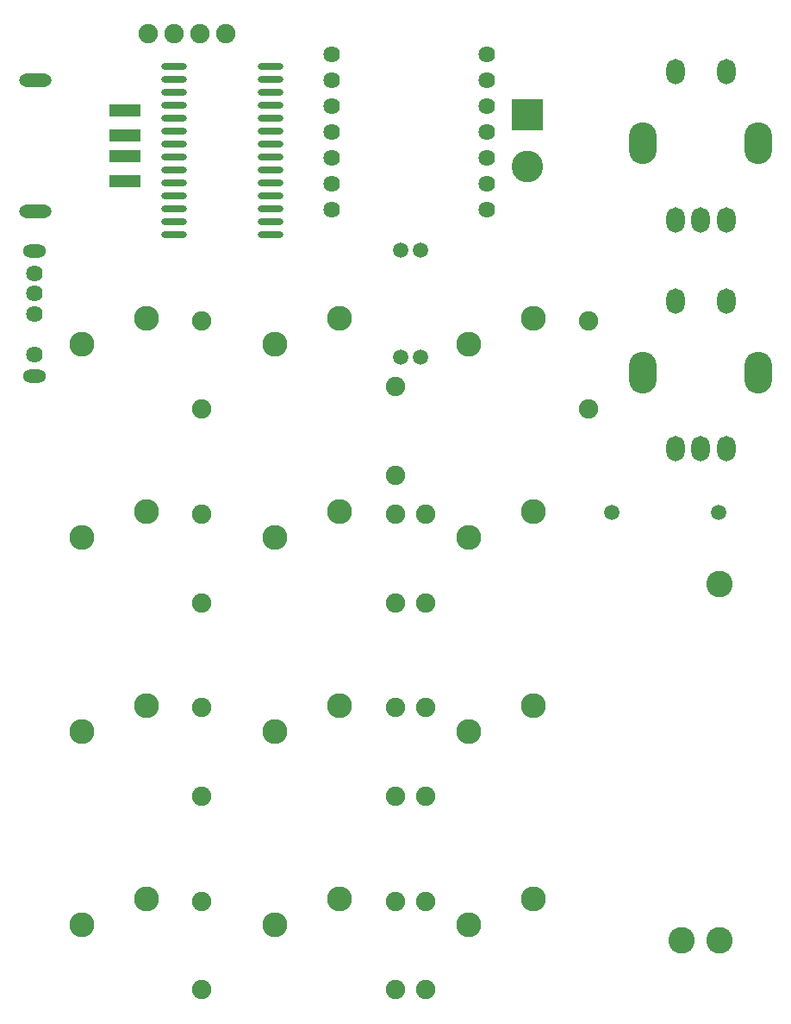
<source format=gbs>
G04 Layer: BottomSolderMaskLayer*
G04 EasyEDA Pro v2.2.28.1, 2024-10-19 22:50:09*
G04 Gerber Generator version 0.3*
G04 Scale: 100 percent, Rotated: No, Reflected: No*
G04 Dimensions in millimeters*
G04 Leading zeros omitted, absolute positions, 3 integers and 5 decimals*
%FSLAX35Y35*%
%MOMM*%
%AMRoundRect*1,1,$1,$2,$3*1,1,$1,$4,$5*1,1,$1,0-$2,0-$3*1,1,$1,0-$4,0-$5*20,1,$1,$2,$3,$4,$5,0*20,1,$1,$4,$5,0-$2,0-$3,0*20,1,$1,0-$2,0-$3,0-$4,0-$5,0*20,1,$1,0-$4,0-$5,$2,$3,0*4,1,4,$2,$3,$4,$5,0-$2,0-$3,0-$4,0-$5,$2,$3,0*%
%ADD10C,2.45321*%
%ADD11O,1.8016X2.5016*%
%ADD12O,2.70159X4.10159*%
%ADD13C,3.09999*%
%ADD14RoundRect,0.09687X-1.50156X1.50156X1.50156X1.50156*%
%ADD15C,1.90002*%
%ADD16C,2.6016*%
%ADD17C,1.6256*%
%ADD18O,2.3016X1.3016*%
%ADD19C,1.5016*%
%ADD20C,1.9016*%
%ADD21O,2.48961X0.67559*%
%ADD22RoundRect,0.0938X1.4439X0.56389X1.4439X-0.56389*%
%ADD23O,3.20159X1.3016*%
G75*


G04 Pad Start*
G54D10*
G01X2169008Y5253990D03*
G01X2804008Y5507990D03*
G01X4069004Y5253990D03*
G01X4704004Y5507990D03*
G01X5969000Y5253990D03*
G01X6604000Y5507990D03*
G01X5969000Y3353994D03*
G01X6604000Y3607994D03*
G01X4069004Y3353994D03*
G01X4704004Y3607994D03*
G01X2169008Y3353994D03*
G01X2804008Y3607994D03*
G01X2169008Y-445999D03*
G01X2804008Y-191999D03*
G01X4069004Y-445999D03*
G01X4704004Y-191999D03*
G01X5969000Y-445999D03*
G01X6604000Y-191999D03*
G01X5969000Y1453998D03*
G01X6604000Y1707998D03*
G01X4069004Y1453998D03*
G01X4704004Y1707998D03*
G01X2169008Y1453998D03*
G01X2804008Y1707998D03*
G54D11*
G01X7999984Y5674970D03*
G01X8500008Y5674970D03*
G01X7999984Y4224985D03*
G01X8249971Y4224985D03*
G01X8500008Y4224985D03*
G54D12*
G01X7679969Y4974971D03*
G01X8819998Y4974971D03*
G54D13*
G01X6550000Y6995998D03*
G54D14*
G01X6550000Y7503973D03*
G54D15*
G01X2818994Y8299983D03*
G01X3072994Y8299983D03*
G01X3326994Y8299983D03*
G01X3580994Y8299983D03*
G54D11*
G01X7999984Y7924965D03*
G01X8500008Y7924965D03*
G01X7999984Y6474981D03*
G01X8249971Y6474981D03*
G01X8500008Y6474981D03*
G54D12*
G01X7679969Y7224967D03*
G01X8819998Y7224967D03*
G54D16*
G01X8437499Y-600024D03*
G01X8062493Y-600024D03*
G01X8437499Y2899994D03*
G54D17*
G01X6150026Y8099958D03*
G01X6150026Y7845958D03*
G01X6150026Y7591958D03*
G01X6150026Y7337958D03*
G01X6150026Y7083958D03*
G01X6150026Y6829958D03*
G01X6150026Y6575958D03*
G01X4626026Y6575958D03*
G01X4626026Y6829958D03*
G01X4626026Y7083958D03*
G01X4626026Y7337958D03*
G01X4626026Y7591958D03*
G01X4626026Y7845958D03*
G01X4626026Y8099958D03*
G01X1699997Y5149977D03*
G01X1699997Y5549976D03*
G01X1699997Y5749976D03*
G01X1699997Y5949975D03*
G54D18*
G01X1699997Y6164986D03*
G01X1699997Y4934991D03*
G54D19*
G01X5499989Y6174969D03*
G01X5499989Y5124983D03*
G01X5299989Y6174969D03*
G01X5299989Y5124983D03*
G54D20*
G01X3350006Y5484978D03*
G01X3350006Y4614977D03*
G01X5250002Y4834979D03*
G01X5250002Y3964978D03*
G01X7149998Y5484978D03*
G01X7149998Y4614977D03*
G01X5250002Y3584981D03*
G01X5250002Y2714981D03*
G01X5549976Y2715006D03*
G01X5549976Y3585007D03*
G01X3350006Y3584981D03*
G01X3350006Y2714981D03*
G01X5250002Y1684985D03*
G01X5250002Y814984D03*
G01X5549976Y815010D03*
G01X5549976Y1685011D03*
G01X3350006Y1684985D03*
G01X3350006Y814984D03*
G01X5250002Y-215011D03*
G01X5250002Y-1085012D03*
G01X5549976Y-1084986D03*
G01X5549976Y-214986D03*
G01X3350006Y-215011D03*
G01X3350006Y-1085012D03*
G54D21*
G01X3075610Y6324473D03*
G01X3075610Y6451473D03*
G01X3075610Y6578473D03*
G01X3075610Y6705473D03*
G01X3075610Y6832473D03*
G01X3075610Y6959473D03*
G01X3075610Y7086473D03*
G01X3075610Y7213473D03*
G01X3075610Y7340473D03*
G01X3075610Y7467473D03*
G01X3075610Y7594473D03*
G01X3075610Y7721473D03*
G01X3075610Y7848473D03*
G01X3075610Y7975473D03*
G01X4024376Y6324473D03*
G01X4024376Y6451473D03*
G01X4024376Y6578473D03*
G01X4024376Y6705473D03*
G01X4024376Y6832473D03*
G01X4024376Y6959473D03*
G01X4024376Y7086473D03*
G01X4024376Y7213473D03*
G01X4024376Y7340473D03*
G01X4024376Y7467473D03*
G01X4024376Y7594473D03*
G01X4024376Y7721473D03*
G01X4024376Y7848473D03*
G01X4024376Y7975473D03*
G54D22*
G01X2589505Y7549972D03*
G01X2589505Y7299985D03*
G01X2589505Y7099986D03*
G01X2589505Y6849999D03*
G54D23*
G01X1710512Y7844993D03*
G01X1710512Y6554978D03*
G54D19*
G01X7375004Y3599993D03*
G01X8424990Y3599993D03*
G04 Pad End*

M02*


</source>
